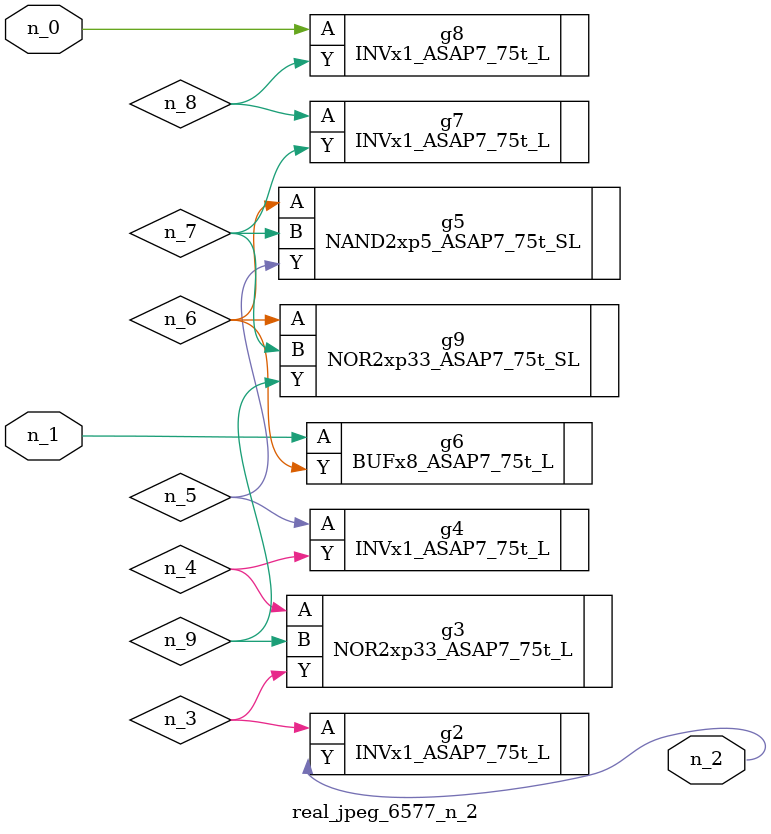
<source format=v>
module real_jpeg_6577_n_2 (n_1, n_0, n_2);

input n_1;
input n_0;

output n_2;

wire n_5;
wire n_4;
wire n_8;
wire n_6;
wire n_7;
wire n_3;
wire n_9;

INVx1_ASAP7_75t_L g8 ( 
.A(n_0),
.Y(n_8)
);

BUFx8_ASAP7_75t_L g6 ( 
.A(n_1),
.Y(n_6)
);

INVx1_ASAP7_75t_L g2 ( 
.A(n_3),
.Y(n_2)
);

NOR2xp33_ASAP7_75t_L g3 ( 
.A(n_4),
.B(n_9),
.Y(n_3)
);

INVx1_ASAP7_75t_L g4 ( 
.A(n_5),
.Y(n_4)
);

NAND2xp5_ASAP7_75t_SL g5 ( 
.A(n_6),
.B(n_7),
.Y(n_5)
);

NOR2xp33_ASAP7_75t_SL g9 ( 
.A(n_6),
.B(n_7),
.Y(n_9)
);

INVx1_ASAP7_75t_L g7 ( 
.A(n_8),
.Y(n_7)
);


endmodule
</source>
